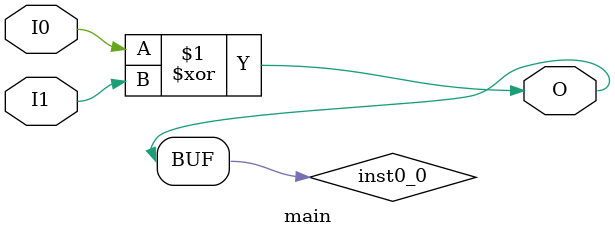
<source format=v>
module main (input  I0, input  I1, output  O);
wire  inst0_0;
xor inst0 (inst0_0, I0, I1);
assign O = inst0_0;
endmodule


</source>
